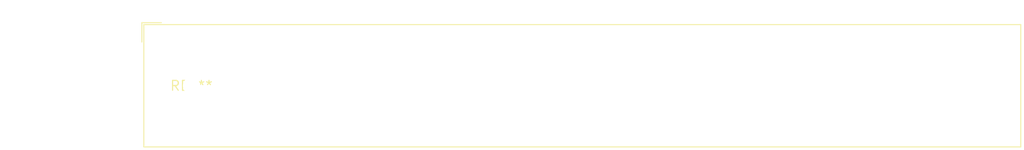
<source format=kicad_pcb>
(kicad_pcb (version 20240108) (generator pcbnew)
  (layers (0 "F.Cu" signal) (31 "B.Cu" signal) (34 "B.Paste" user) (35 "F.Paste" user) (36 "B.SilkS" user "B.Silkscreen") (37 "F.SilkS" user "F.Silkscreen") (38 "B.Mask" user) (39 "F.Mask" user) (44 "Edge.Cuts" user))
  (net 0 "")
  (footprint "TerminalBlock_Dinkle_DT-55-B01X-11_P10.00mm" (layer "F.Cu") (at 0 0)
    (property "Reference" "REF**")
    (property "Value" "TerminalBlock_Dinkle_DT-55-B01X-11_P10.00mm")
    (fp_line (start -6.35 -8.1) (end -3.85 -8.1) (layer "F.SilkS") (stroke (width 0.12)))
    (fp_line (start -6.35 -5.6) (end -6.35 -8.1) (layer "F.SilkS") (stroke (width 0.12)))
    (fp_line (start -6.1 -7.85) (end 106.1 -7.85) (layer "F.SilkS") (stroke (width 0.12)))
    (fp_line (start -6.1 7.85) (end -6.1 -7.85) (layer "F.SilkS") (stroke (width 0.12)))
    (fp_line (start -6.1 7.85) (end 106.1 7.85) (layer "F.SilkS") (stroke (width 0.12)))
    (fp_line (start 106.1 -7.85) (end 106.1 7.85) (layer "F.SilkS") (stroke (width 0.12)))
    (pad "1" thru_hole rect (at 0 0) (size 3.3 6.6) (drill 2.2) (layers *.Cu *.Mask) (remove_unused_layers))
    (pad "2" thru_hole oval (at 10 0) (size 3.3 6.6) (drill 2.2) (layers *.Cu *.Mask) (remove_unused_layers))
    (pad "3" thru_hole oval (at 20 0) (size 3.3 6.6) (drill 2.2) (layers *.Cu *.Mask) (remove_unused_layers))
    (pad "4" thru_hole oval (at 30 0) (size 3.3 6.6) (drill 2.2) (layers *.Cu *.Mask) (remove_unused_layers))
    (pad "5" thru_hole oval (at 40 0) (size 3.3 6.6) (drill 2.2) (layers *.Cu *.Mask) (remove_unused_layers))
    (pad "6" thru_hole oval (at 50 0) (size 3.3 6.6) (drill 2.2) (layers *.Cu *.Mask) (remove_unused_layers))
    (pad "7" thru_hole oval (at 60 0) (size 3.3 6.6) (drill 2.2) (layers *.Cu *.Mask) (remove_unused_layers))
    (pad "8" thru_hole oval (at 70 0) (size 3.3 6.6) (drill 2.2) (layers *.Cu *.Mask) (remove_unused_layers))
    (pad "9" thru_hole oval (at 80 0) (size 3.3 6.6) (drill 2.2) (layers *.Cu *.Mask) (remove_unused_layers))
    (pad "10" thru_hole oval (at 90 0) (size 3.3 6.6) (drill 2.2) (layers *.Cu *.Mask) (remove_unused_layers))
    (pad "11" thru_hole oval (at 100 0) (size 3.3 6.6) (drill 2.2) (layers *.Cu *.Mask) (remove_unused_layers))
  )
)
</source>
